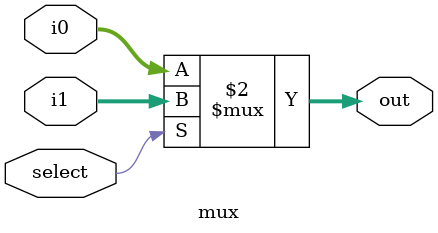
<source format=v>

module mux(input select,input [31:0] i0, i1,output [31:0] out);
	assign out = (select==0) ? i0 : i1;
endmodule

</source>
